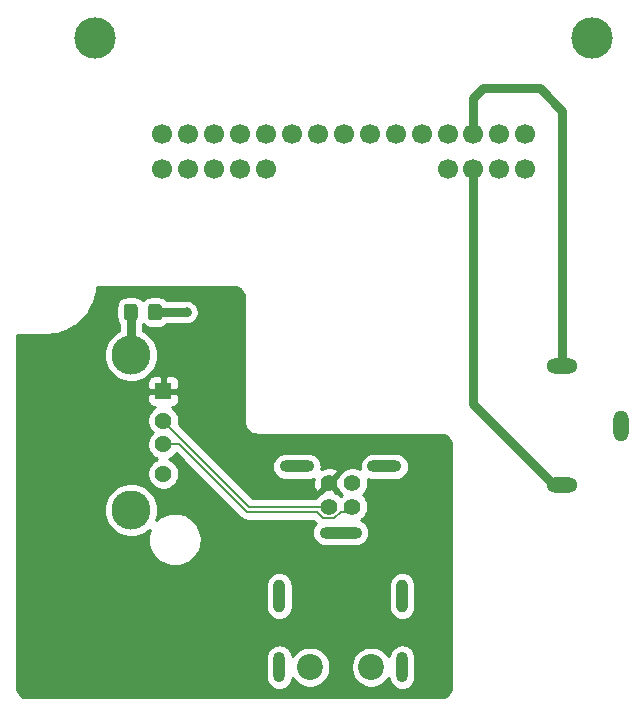
<source format=gbr>
G04 #@! TF.GenerationSoftware,KiCad,Pcbnew,(5.1.0)-1*
G04 #@! TF.CreationDate,2021-05-27T14:19:51-05:00*
G04 #@! TF.ProjectId,2014 Mazda CX-5 Head Unit Adapter,32303134-204d-4617-9a64-612043582d35,rev?*
G04 #@! TF.SameCoordinates,Original*
G04 #@! TF.FileFunction,Copper,L1,Top*
G04 #@! TF.FilePolarity,Positive*
%FSLAX46Y46*%
G04 Gerber Fmt 4.6, Leading zero omitted, Abs format (unit mm)*
G04 Created by KiCad (PCBNEW (5.1.0)-1) date 2021-05-27 14:19:51*
%MOMM*%
%LPD*%
G04 APERTURE LIST*
%ADD10C,1.400000*%
%ADD11O,3.600000X1.000000*%
%ADD12O,2.900000X1.000000*%
%ADD13O,1.000000X2.800000*%
%ADD14O,1.000000X2.600000*%
%ADD15C,2.200000*%
%ADD16C,1.700000*%
%ADD17C,3.500000*%
%ADD18O,2.616000X1.308000*%
%ADD19O,1.308000X2.616000*%
%ADD20C,3.316000*%
%ADD21C,1.428000*%
%ADD22R,1.428000X1.428000*%
%ADD23C,0.100000*%
%ADD24C,1.150000*%
%ADD25C,0.800000*%
%ADD26C,0.200000*%
%ADD27C,0.750000*%
%ADD28C,0.254000*%
G04 APERTURE END LIST*
D10*
X177340000Y-139260000D03*
X177340000Y-137260000D03*
X179340000Y-137260000D03*
X179340000Y-139260000D03*
D11*
X178340000Y-141460000D03*
D12*
X182040000Y-135860000D03*
X174640000Y-135860000D03*
D13*
X173140000Y-146860000D03*
X183540000Y-146860000D03*
D14*
X183540000Y-152860000D03*
X173140000Y-152860000D03*
D15*
X175740000Y-152860000D03*
X180940000Y-152860000D03*
D16*
X163190000Y-110700000D03*
X165390000Y-110700000D03*
D17*
X157540000Y-99550000D03*
X199640000Y-99550000D03*
D16*
X163190000Y-107700000D03*
X165390000Y-107700000D03*
X167590000Y-107700000D03*
X167590000Y-110700000D03*
X169790000Y-107700000D03*
X169790000Y-110700000D03*
X171990000Y-107700000D03*
X171990000Y-110700000D03*
X174190000Y-107700000D03*
X176390000Y-107700000D03*
X178590000Y-107700000D03*
X180790000Y-107700000D03*
X182990000Y-107700000D03*
X185190000Y-107700000D03*
X187390000Y-107700000D03*
X187390000Y-110700000D03*
X189590000Y-107700000D03*
X189590000Y-110700000D03*
X191790000Y-107700000D03*
X191790000Y-110700000D03*
X193990000Y-107700000D03*
X193990000Y-110700000D03*
D18*
X197100000Y-137400000D03*
X197100000Y-127400000D03*
D19*
X202100000Y-132400000D03*
D20*
X160610000Y-139560000D03*
X160610000Y-126420000D03*
D21*
X163320000Y-136490000D03*
X163320000Y-133990000D03*
X163320000Y-131990000D03*
D22*
X163320000Y-129490000D03*
D23*
G36*
X160919505Y-122101204D02*
G01*
X160943773Y-122104804D01*
X160967572Y-122110765D01*
X160990671Y-122119030D01*
X161012850Y-122129520D01*
X161033893Y-122142132D01*
X161053599Y-122156747D01*
X161071777Y-122173223D01*
X161088253Y-122191401D01*
X161102868Y-122211107D01*
X161115480Y-122232150D01*
X161125970Y-122254329D01*
X161134235Y-122277428D01*
X161140196Y-122301227D01*
X161143796Y-122325495D01*
X161145000Y-122349999D01*
X161145000Y-123250001D01*
X161143796Y-123274505D01*
X161140196Y-123298773D01*
X161134235Y-123322572D01*
X161125970Y-123345671D01*
X161115480Y-123367850D01*
X161102868Y-123388893D01*
X161088253Y-123408599D01*
X161071777Y-123426777D01*
X161053599Y-123443253D01*
X161033893Y-123457868D01*
X161012850Y-123470480D01*
X160990671Y-123480970D01*
X160967572Y-123489235D01*
X160943773Y-123495196D01*
X160919505Y-123498796D01*
X160895001Y-123500000D01*
X160244999Y-123500000D01*
X160220495Y-123498796D01*
X160196227Y-123495196D01*
X160172428Y-123489235D01*
X160149329Y-123480970D01*
X160127150Y-123470480D01*
X160106107Y-123457868D01*
X160086401Y-123443253D01*
X160068223Y-123426777D01*
X160051747Y-123408599D01*
X160037132Y-123388893D01*
X160024520Y-123367850D01*
X160014030Y-123345671D01*
X160005765Y-123322572D01*
X159999804Y-123298773D01*
X159996204Y-123274505D01*
X159995000Y-123250001D01*
X159995000Y-122349999D01*
X159996204Y-122325495D01*
X159999804Y-122301227D01*
X160005765Y-122277428D01*
X160014030Y-122254329D01*
X160024520Y-122232150D01*
X160037132Y-122211107D01*
X160051747Y-122191401D01*
X160068223Y-122173223D01*
X160086401Y-122156747D01*
X160106107Y-122142132D01*
X160127150Y-122129520D01*
X160149329Y-122119030D01*
X160172428Y-122110765D01*
X160196227Y-122104804D01*
X160220495Y-122101204D01*
X160244999Y-122100000D01*
X160895001Y-122100000D01*
X160919505Y-122101204D01*
X160919505Y-122101204D01*
G37*
D24*
X160570000Y-122800000D03*
D23*
G36*
X162969505Y-122101204D02*
G01*
X162993773Y-122104804D01*
X163017572Y-122110765D01*
X163040671Y-122119030D01*
X163062850Y-122129520D01*
X163083893Y-122142132D01*
X163103599Y-122156747D01*
X163121777Y-122173223D01*
X163138253Y-122191401D01*
X163152868Y-122211107D01*
X163165480Y-122232150D01*
X163175970Y-122254329D01*
X163184235Y-122277428D01*
X163190196Y-122301227D01*
X163193796Y-122325495D01*
X163195000Y-122349999D01*
X163195000Y-123250001D01*
X163193796Y-123274505D01*
X163190196Y-123298773D01*
X163184235Y-123322572D01*
X163175970Y-123345671D01*
X163165480Y-123367850D01*
X163152868Y-123388893D01*
X163138253Y-123408599D01*
X163121777Y-123426777D01*
X163103599Y-123443253D01*
X163083893Y-123457868D01*
X163062850Y-123470480D01*
X163040671Y-123480970D01*
X163017572Y-123489235D01*
X162993773Y-123495196D01*
X162969505Y-123498796D01*
X162945001Y-123500000D01*
X162294999Y-123500000D01*
X162270495Y-123498796D01*
X162246227Y-123495196D01*
X162222428Y-123489235D01*
X162199329Y-123480970D01*
X162177150Y-123470480D01*
X162156107Y-123457868D01*
X162136401Y-123443253D01*
X162118223Y-123426777D01*
X162101747Y-123408599D01*
X162087132Y-123388893D01*
X162074520Y-123367850D01*
X162064030Y-123345671D01*
X162055765Y-123322572D01*
X162049804Y-123298773D01*
X162046204Y-123274505D01*
X162045000Y-123250001D01*
X162045000Y-122349999D01*
X162046204Y-122325495D01*
X162049804Y-122301227D01*
X162055765Y-122277428D01*
X162064030Y-122254329D01*
X162074520Y-122232150D01*
X162087132Y-122211107D01*
X162101747Y-122191401D01*
X162118223Y-122173223D01*
X162136401Y-122156747D01*
X162156107Y-122142132D01*
X162177150Y-122129520D01*
X162199329Y-122119030D01*
X162222428Y-122110765D01*
X162246227Y-122104804D01*
X162270495Y-122101204D01*
X162294999Y-122100000D01*
X162945001Y-122100000D01*
X162969505Y-122101204D01*
X162969505Y-122101204D01*
G37*
D24*
X162620000Y-122800000D03*
D25*
X165300000Y-122800000D03*
D26*
X176890000Y-139260000D02*
X177340000Y-139260000D01*
X163320000Y-131990000D02*
X170590000Y-139260000D01*
X170590000Y-139260000D02*
X176890000Y-139260000D01*
D27*
X162620000Y-122800000D02*
X165300000Y-122800000D01*
D26*
X178890000Y-139710000D02*
X179340000Y-139260000D01*
X164683603Y-133990000D02*
X170403603Y-139710000D01*
X163320000Y-133990000D02*
X164683603Y-133990000D01*
X178370002Y-139710000D02*
X178890000Y-139710000D01*
X170403603Y-139710000D02*
X176309998Y-139710000D01*
X176309998Y-139710000D02*
X176859999Y-140260001D01*
X176859999Y-140260001D02*
X177820001Y-140260001D01*
X177820001Y-140260001D02*
X178370002Y-139710000D01*
D27*
X197100000Y-105770000D02*
X197100000Y-127400000D01*
X195190000Y-103860000D02*
X197100000Y-105770000D01*
X190390000Y-103860000D02*
X195190000Y-103860000D01*
X189590000Y-107700000D02*
X189590000Y-104660000D01*
X189590000Y-104660000D02*
X190390000Y-103860000D01*
X196446000Y-137400000D02*
X197100000Y-137400000D01*
X189590000Y-130544000D02*
X196446000Y-137400000D01*
X189590000Y-110700000D02*
X189590000Y-130544000D01*
X160610000Y-122840000D02*
X160570000Y-122800000D01*
X160610000Y-126420000D02*
X160610000Y-122840000D01*
D28*
G36*
X169470189Y-120694376D02*
G01*
X169633850Y-120744022D01*
X169784672Y-120824638D01*
X169916870Y-120933130D01*
X170025362Y-121065328D01*
X170105978Y-121216150D01*
X170155624Y-121379811D01*
X170173000Y-121556234D01*
X170173000Y-132050000D01*
X170173612Y-132062448D01*
X170192827Y-132257538D01*
X170197683Y-132281956D01*
X170254588Y-132469549D01*
X170264116Y-132492550D01*
X170356526Y-132665437D01*
X170370358Y-132686138D01*
X170494721Y-132837675D01*
X170512325Y-132855279D01*
X170663862Y-132979642D01*
X170684563Y-132993474D01*
X170857450Y-133085884D01*
X170880451Y-133095412D01*
X171068044Y-133152317D01*
X171092462Y-133157173D01*
X171287552Y-133176388D01*
X171300000Y-133177000D01*
X186793766Y-133177000D01*
X186970189Y-133194376D01*
X187133850Y-133244022D01*
X187284672Y-133324638D01*
X187416870Y-133433130D01*
X187525362Y-133565328D01*
X187605978Y-133716150D01*
X187655624Y-133879811D01*
X187673000Y-134056234D01*
X187673000Y-154543766D01*
X187655624Y-154720189D01*
X187605978Y-154883850D01*
X187525362Y-155034672D01*
X187416870Y-155166870D01*
X187284672Y-155275362D01*
X187133850Y-155355978D01*
X186970189Y-155405624D01*
X186793766Y-155423000D01*
X151806234Y-155423000D01*
X151629811Y-155405624D01*
X151466150Y-155355978D01*
X151315328Y-155275362D01*
X151183130Y-155166870D01*
X151074638Y-155034672D01*
X150994022Y-154883850D01*
X150944376Y-154720189D01*
X150927000Y-154543766D01*
X150927000Y-152004249D01*
X172005000Y-152004249D01*
X172005000Y-153715752D01*
X172021423Y-153882499D01*
X172086325Y-154096447D01*
X172191717Y-154293623D01*
X172333552Y-154466449D01*
X172506378Y-154608284D01*
X172703554Y-154713676D01*
X172917502Y-154778577D01*
X173140000Y-154800491D01*
X173362499Y-154778577D01*
X173576447Y-154713676D01*
X173773623Y-154608284D01*
X173946449Y-154466449D01*
X174088284Y-154293623D01*
X174193676Y-154096447D01*
X174258577Y-153882499D01*
X174268593Y-153780802D01*
X174392337Y-153965998D01*
X174634002Y-154207663D01*
X174918169Y-154397537D01*
X175233919Y-154528325D01*
X175569117Y-154595000D01*
X175910883Y-154595000D01*
X176246081Y-154528325D01*
X176561831Y-154397537D01*
X176845998Y-154207663D01*
X177087663Y-153965998D01*
X177277537Y-153681831D01*
X177408325Y-153366081D01*
X177475000Y-153030883D01*
X177475000Y-152689117D01*
X179205000Y-152689117D01*
X179205000Y-153030883D01*
X179271675Y-153366081D01*
X179402463Y-153681831D01*
X179592337Y-153965998D01*
X179834002Y-154207663D01*
X180118169Y-154397537D01*
X180433919Y-154528325D01*
X180769117Y-154595000D01*
X181110883Y-154595000D01*
X181446081Y-154528325D01*
X181761831Y-154397537D01*
X182045998Y-154207663D01*
X182287663Y-153965998D01*
X182411407Y-153780802D01*
X182421423Y-153882499D01*
X182486325Y-154096447D01*
X182591717Y-154293623D01*
X182733552Y-154466449D01*
X182906378Y-154608284D01*
X183103554Y-154713676D01*
X183317502Y-154778577D01*
X183540000Y-154800491D01*
X183762499Y-154778577D01*
X183976447Y-154713676D01*
X184173623Y-154608284D01*
X184346449Y-154466449D01*
X184488284Y-154293623D01*
X184593676Y-154096447D01*
X184658577Y-153882499D01*
X184675000Y-153715752D01*
X184675000Y-152004248D01*
X184658577Y-151837501D01*
X184593676Y-151623553D01*
X184488284Y-151426377D01*
X184346449Y-151253551D01*
X184173623Y-151111716D01*
X183976446Y-151006324D01*
X183762498Y-150941423D01*
X183540000Y-150919509D01*
X183317501Y-150941423D01*
X183103553Y-151006324D01*
X182906377Y-151111716D01*
X182733551Y-151253551D01*
X182591716Y-151426377D01*
X182486324Y-151623554D01*
X182421423Y-151837502D01*
X182411407Y-151939198D01*
X182287663Y-151754002D01*
X182045998Y-151512337D01*
X181761831Y-151322463D01*
X181446081Y-151191675D01*
X181110883Y-151125000D01*
X180769117Y-151125000D01*
X180433919Y-151191675D01*
X180118169Y-151322463D01*
X179834002Y-151512337D01*
X179592337Y-151754002D01*
X179402463Y-152038169D01*
X179271675Y-152353919D01*
X179205000Y-152689117D01*
X177475000Y-152689117D01*
X177408325Y-152353919D01*
X177277537Y-152038169D01*
X177087663Y-151754002D01*
X176845998Y-151512337D01*
X176561831Y-151322463D01*
X176246081Y-151191675D01*
X175910883Y-151125000D01*
X175569117Y-151125000D01*
X175233919Y-151191675D01*
X174918169Y-151322463D01*
X174634002Y-151512337D01*
X174392337Y-151754002D01*
X174268593Y-151939198D01*
X174258577Y-151837501D01*
X174193676Y-151623553D01*
X174088284Y-151426377D01*
X173946449Y-151253551D01*
X173773623Y-151111716D01*
X173576446Y-151006324D01*
X173362498Y-150941423D01*
X173140000Y-150919509D01*
X172917501Y-150941423D01*
X172703553Y-151006324D01*
X172506377Y-151111716D01*
X172333551Y-151253551D01*
X172191716Y-151426377D01*
X172086324Y-151623554D01*
X172021423Y-151837502D01*
X172005000Y-152004249D01*
X150927000Y-152004249D01*
X150927000Y-145904249D01*
X172005000Y-145904249D01*
X172005000Y-147815752D01*
X172021424Y-147982499D01*
X172086325Y-148196447D01*
X172191717Y-148393623D01*
X172333552Y-148566449D01*
X172506378Y-148708284D01*
X172703554Y-148813676D01*
X172917502Y-148878577D01*
X173140000Y-148900491D01*
X173362499Y-148878577D01*
X173576447Y-148813676D01*
X173773623Y-148708284D01*
X173946449Y-148566449D01*
X174088284Y-148393623D01*
X174193676Y-148196447D01*
X174258577Y-147982499D01*
X174275000Y-147815752D01*
X174275000Y-145904249D01*
X182405000Y-145904249D01*
X182405000Y-147815752D01*
X182421424Y-147982499D01*
X182486325Y-148196447D01*
X182591717Y-148393623D01*
X182733552Y-148566449D01*
X182906378Y-148708284D01*
X183103554Y-148813676D01*
X183317502Y-148878577D01*
X183540000Y-148900491D01*
X183762499Y-148878577D01*
X183976447Y-148813676D01*
X184173623Y-148708284D01*
X184346449Y-148566449D01*
X184488284Y-148393623D01*
X184593676Y-148196447D01*
X184658577Y-147982499D01*
X184675000Y-147815752D01*
X184675000Y-145904248D01*
X184658577Y-145737501D01*
X184593676Y-145523553D01*
X184488284Y-145326377D01*
X184346449Y-145153551D01*
X184173623Y-145011716D01*
X183976446Y-144906324D01*
X183762498Y-144841423D01*
X183540000Y-144819509D01*
X183317501Y-144841423D01*
X183103553Y-144906324D01*
X182906377Y-145011716D01*
X182733551Y-145153551D01*
X182591716Y-145326377D01*
X182486324Y-145523554D01*
X182421423Y-145737502D01*
X182405000Y-145904249D01*
X174275000Y-145904249D01*
X174275000Y-145904248D01*
X174258577Y-145737501D01*
X174193676Y-145523553D01*
X174088284Y-145326377D01*
X173946449Y-145153551D01*
X173773623Y-145011716D01*
X173576446Y-144906324D01*
X173362498Y-144841423D01*
X173140000Y-144819509D01*
X172917501Y-144841423D01*
X172703553Y-144906324D01*
X172506377Y-145011716D01*
X172333551Y-145153551D01*
X172191716Y-145326377D01*
X172086324Y-145523554D01*
X172021423Y-145737502D01*
X172005000Y-145904249D01*
X150927000Y-145904249D01*
X150927000Y-139334159D01*
X158317000Y-139334159D01*
X158317000Y-139785841D01*
X158405119Y-140228843D01*
X158577970Y-140646143D01*
X158828910Y-141021702D01*
X159148298Y-141341090D01*
X159523857Y-141592030D01*
X159941157Y-141764881D01*
X160384159Y-141853000D01*
X160835841Y-141853000D01*
X161278843Y-141764881D01*
X161696143Y-141592030D01*
X162071702Y-141341090D01*
X162171263Y-141241529D01*
X162057457Y-141638416D01*
X162020222Y-142081834D01*
X162069823Y-142524039D01*
X162204371Y-142948188D01*
X162418741Y-143338125D01*
X162704768Y-143678998D01*
X163051556Y-143957823D01*
X163445897Y-144163979D01*
X163872771Y-144289615D01*
X164315917Y-144329944D01*
X164758458Y-144283432D01*
X165183536Y-144151848D01*
X165574960Y-143940206D01*
X165917821Y-143656566D01*
X166199060Y-143311733D01*
X166407965Y-142918840D01*
X166536578Y-142492854D01*
X166580000Y-142050000D01*
X166579111Y-141986339D01*
X166523341Y-141544869D01*
X166382884Y-141122640D01*
X166163090Y-140735734D01*
X165872333Y-140398888D01*
X165521685Y-140124932D01*
X165124504Y-139924302D01*
X164695918Y-139804638D01*
X164252251Y-139770500D01*
X163810403Y-139823187D01*
X163387204Y-139960693D01*
X162998773Y-140177780D01*
X162747427Y-140391692D01*
X162814881Y-140228843D01*
X162903000Y-139785841D01*
X162903000Y-139334159D01*
X162814881Y-138891157D01*
X162642030Y-138473857D01*
X162391090Y-138098298D01*
X162071702Y-137778910D01*
X161696143Y-137527970D01*
X161278843Y-137355119D01*
X160835841Y-137267000D01*
X160384159Y-137267000D01*
X159941157Y-137355119D01*
X159523857Y-137527970D01*
X159148298Y-137778910D01*
X158828910Y-138098298D01*
X158577970Y-138473857D01*
X158405119Y-138891157D01*
X158317000Y-139334159D01*
X150927000Y-139334159D01*
X150927000Y-130204000D01*
X161967928Y-130204000D01*
X161980188Y-130328482D01*
X162016498Y-130448180D01*
X162075463Y-130558494D01*
X162154815Y-130655185D01*
X162251506Y-130734537D01*
X162361820Y-130793502D01*
X162481518Y-130829812D01*
X162606000Y-130842072D01*
X162609902Y-130842044D01*
X162460063Y-130942163D01*
X162272163Y-131130063D01*
X162124532Y-131351009D01*
X162022842Y-131596511D01*
X161971000Y-131857135D01*
X161971000Y-132122865D01*
X162022842Y-132383489D01*
X162124532Y-132628991D01*
X162272163Y-132849937D01*
X162412226Y-132990000D01*
X162272163Y-133130063D01*
X162124532Y-133351009D01*
X162022842Y-133596511D01*
X161971000Y-133857135D01*
X161971000Y-134122865D01*
X162022842Y-134383489D01*
X162124532Y-134628991D01*
X162272163Y-134849937D01*
X162460063Y-135037837D01*
X162681009Y-135185468D01*
X162812661Y-135240000D01*
X162681009Y-135294532D01*
X162460063Y-135442163D01*
X162272163Y-135630063D01*
X162124532Y-135851009D01*
X162022842Y-136096511D01*
X161971000Y-136357135D01*
X161971000Y-136622865D01*
X162022842Y-136883489D01*
X162124532Y-137128991D01*
X162272163Y-137349937D01*
X162460063Y-137537837D01*
X162681009Y-137685468D01*
X162926511Y-137787158D01*
X163187135Y-137839000D01*
X163452865Y-137839000D01*
X163713489Y-137787158D01*
X163958991Y-137685468D01*
X164179937Y-137537837D01*
X164367837Y-137349937D01*
X164515468Y-137128991D01*
X164617158Y-136883489D01*
X164669000Y-136622865D01*
X164669000Y-136357135D01*
X164617158Y-136096511D01*
X164515468Y-135851009D01*
X164367837Y-135630063D01*
X164179937Y-135442163D01*
X163958991Y-135294532D01*
X163827339Y-135240000D01*
X163958991Y-135185468D01*
X164179937Y-135037837D01*
X164367837Y-134849937D01*
X164422414Y-134768257D01*
X169858349Y-140204193D01*
X169881365Y-140232238D01*
X169909409Y-140255253D01*
X169993283Y-140324087D01*
X170120969Y-140392337D01*
X170259518Y-140434365D01*
X170403603Y-140448556D01*
X170439708Y-140445000D01*
X176005552Y-140445000D01*
X176224784Y-140664233D01*
X176091716Y-140826377D01*
X175986324Y-141023553D01*
X175921423Y-141237501D01*
X175899509Y-141460000D01*
X175921423Y-141682499D01*
X175986324Y-141896447D01*
X176091716Y-142093623D01*
X176233551Y-142266449D01*
X176406377Y-142408284D01*
X176603553Y-142513676D01*
X176817501Y-142578577D01*
X176984248Y-142595000D01*
X179695752Y-142595000D01*
X179862499Y-142578577D01*
X180076447Y-142513676D01*
X180273623Y-142408284D01*
X180446449Y-142266449D01*
X180588284Y-142093623D01*
X180693676Y-141896447D01*
X180758577Y-141682499D01*
X180780491Y-141460000D01*
X180758577Y-141237501D01*
X180693676Y-141023553D01*
X180588284Y-140826377D01*
X180446449Y-140653551D01*
X180273623Y-140511716D01*
X180076447Y-140406324D01*
X180042673Y-140396079D01*
X180191013Y-140296962D01*
X180376962Y-140111013D01*
X180523061Y-139892359D01*
X180623696Y-139649405D01*
X180675000Y-139391486D01*
X180675000Y-139128514D01*
X180623696Y-138870595D01*
X180523061Y-138627641D01*
X180376962Y-138408987D01*
X180227975Y-138260000D01*
X180376962Y-138111013D01*
X180523061Y-137892359D01*
X180623696Y-137649405D01*
X180675000Y-137391486D01*
X180675000Y-137128514D01*
X180629733Y-136900944D01*
X180653553Y-136913676D01*
X180867501Y-136978577D01*
X181034248Y-136995000D01*
X183045752Y-136995000D01*
X183212499Y-136978577D01*
X183426447Y-136913676D01*
X183623623Y-136808284D01*
X183796449Y-136666449D01*
X183938284Y-136493623D01*
X184043676Y-136296447D01*
X184108577Y-136082499D01*
X184130491Y-135860000D01*
X184108577Y-135637501D01*
X184043676Y-135423553D01*
X183938284Y-135226377D01*
X183796449Y-135053551D01*
X183623623Y-134911716D01*
X183426447Y-134806324D01*
X183212499Y-134741423D01*
X183045752Y-134725000D01*
X181034248Y-134725000D01*
X180867501Y-134741423D01*
X180653553Y-134806324D01*
X180456377Y-134911716D01*
X180283551Y-135053551D01*
X180141716Y-135226377D01*
X180036324Y-135423553D01*
X179971423Y-135637501D01*
X179949509Y-135860000D01*
X179970812Y-136076298D01*
X179729405Y-135976304D01*
X179471486Y-135925000D01*
X179208514Y-135925000D01*
X178950595Y-135976304D01*
X178707641Y-136076939D01*
X178488987Y-136223038D01*
X178303038Y-136408987D01*
X178166957Y-136612648D01*
X177519605Y-137260000D01*
X178166957Y-137907352D01*
X178303038Y-138111013D01*
X178452025Y-138260000D01*
X178340000Y-138372025D01*
X178191013Y-138223038D01*
X177987352Y-138086957D01*
X177340000Y-137439605D01*
X176692648Y-138086957D01*
X176488987Y-138223038D01*
X176303038Y-138408987D01*
X176225521Y-138525000D01*
X170894447Y-138525000D01*
X168229447Y-135860000D01*
X172549509Y-135860000D01*
X172571423Y-136082499D01*
X172636324Y-136296447D01*
X172741716Y-136493623D01*
X172883551Y-136666449D01*
X173056377Y-136808284D01*
X173253553Y-136913676D01*
X173467501Y-136978577D01*
X173634248Y-136995000D01*
X175645752Y-136995000D01*
X175812499Y-136978577D01*
X176026447Y-136913676D01*
X176053903Y-136899001D01*
X176011817Y-137071740D01*
X176000610Y-137334473D01*
X176040875Y-137594344D01*
X176131065Y-137841366D01*
X176184963Y-137942203D01*
X176418731Y-138001664D01*
X177160395Y-137260000D01*
X177146253Y-137245858D01*
X177325858Y-137066253D01*
X177340000Y-137080395D01*
X178081664Y-136338731D01*
X178022203Y-136104963D01*
X177783758Y-135994066D01*
X177528260Y-135931817D01*
X177265527Y-135920610D01*
X177005656Y-135960875D01*
X176758634Y-136051065D01*
X176709063Y-136077561D01*
X176730491Y-135860000D01*
X176708577Y-135637501D01*
X176643676Y-135423553D01*
X176538284Y-135226377D01*
X176396449Y-135053551D01*
X176223623Y-134911716D01*
X176026447Y-134806324D01*
X175812499Y-134741423D01*
X175645752Y-134725000D01*
X173634248Y-134725000D01*
X173467501Y-134741423D01*
X173253553Y-134806324D01*
X173056377Y-134911716D01*
X172883551Y-135053551D01*
X172741716Y-135226377D01*
X172636324Y-135423553D01*
X172571423Y-135637501D01*
X172549509Y-135860000D01*
X168229447Y-135860000D01*
X164639685Y-132270239D01*
X164669000Y-132122865D01*
X164669000Y-131857135D01*
X164617158Y-131596511D01*
X164515468Y-131351009D01*
X164367837Y-131130063D01*
X164179937Y-130942163D01*
X164030098Y-130842044D01*
X164034000Y-130842072D01*
X164158482Y-130829812D01*
X164278180Y-130793502D01*
X164388494Y-130734537D01*
X164485185Y-130655185D01*
X164564537Y-130558494D01*
X164623502Y-130448180D01*
X164659812Y-130328482D01*
X164672072Y-130204000D01*
X164669000Y-129775750D01*
X164510250Y-129617000D01*
X163447000Y-129617000D01*
X163447000Y-129637000D01*
X163193000Y-129637000D01*
X163193000Y-129617000D01*
X162129750Y-129617000D01*
X161971000Y-129775750D01*
X161967928Y-130204000D01*
X150927000Y-130204000D01*
X150927000Y-128776000D01*
X161967928Y-128776000D01*
X161971000Y-129204250D01*
X162129750Y-129363000D01*
X163193000Y-129363000D01*
X163193000Y-128299750D01*
X163447000Y-128299750D01*
X163447000Y-129363000D01*
X164510250Y-129363000D01*
X164669000Y-129204250D01*
X164672072Y-128776000D01*
X164659812Y-128651518D01*
X164623502Y-128531820D01*
X164564537Y-128421506D01*
X164485185Y-128324815D01*
X164388494Y-128245463D01*
X164278180Y-128186498D01*
X164158482Y-128150188D01*
X164034000Y-128137928D01*
X163605750Y-128141000D01*
X163447000Y-128299750D01*
X163193000Y-128299750D01*
X163034250Y-128141000D01*
X162606000Y-128137928D01*
X162481518Y-128150188D01*
X162361820Y-128186498D01*
X162251506Y-128245463D01*
X162154815Y-128324815D01*
X162075463Y-128421506D01*
X162016498Y-128531820D01*
X161980188Y-128651518D01*
X161967928Y-128776000D01*
X150927000Y-128776000D01*
X150927000Y-126194159D01*
X158317000Y-126194159D01*
X158317000Y-126645841D01*
X158405119Y-127088843D01*
X158577970Y-127506143D01*
X158828910Y-127881702D01*
X159148298Y-128201090D01*
X159523857Y-128452030D01*
X159941157Y-128624881D01*
X160384159Y-128713000D01*
X160835841Y-128713000D01*
X161278843Y-128624881D01*
X161696143Y-128452030D01*
X162071702Y-128201090D01*
X162391090Y-127881702D01*
X162642030Y-127506143D01*
X162814881Y-127088843D01*
X162903000Y-126645841D01*
X162903000Y-126194159D01*
X162814881Y-125751157D01*
X162642030Y-125333857D01*
X162391090Y-124958298D01*
X162071702Y-124638910D01*
X161696143Y-124387970D01*
X161620000Y-124356431D01*
X161620000Y-123820646D01*
X161667038Y-123877962D01*
X161801613Y-123988405D01*
X161955149Y-124070472D01*
X162121745Y-124121008D01*
X162294999Y-124138072D01*
X162945001Y-124138072D01*
X163118255Y-124121008D01*
X163284851Y-124070472D01*
X163438387Y-123988405D01*
X163572962Y-123877962D01*
X163628737Y-123810000D01*
X165072377Y-123810000D01*
X165198061Y-123835000D01*
X165401939Y-123835000D01*
X165601898Y-123795226D01*
X165790256Y-123717205D01*
X165959774Y-123603937D01*
X166103937Y-123459774D01*
X166217205Y-123290256D01*
X166295226Y-123101898D01*
X166335000Y-122901939D01*
X166335000Y-122698061D01*
X166295226Y-122498102D01*
X166217205Y-122309744D01*
X166103937Y-122140226D01*
X165959774Y-121996063D01*
X165790256Y-121882795D01*
X165601898Y-121804774D01*
X165401939Y-121765000D01*
X165198061Y-121765000D01*
X165072377Y-121790000D01*
X163628737Y-121790000D01*
X163572962Y-121722038D01*
X163438387Y-121611595D01*
X163284851Y-121529528D01*
X163118255Y-121478992D01*
X162945001Y-121461928D01*
X162294999Y-121461928D01*
X162121745Y-121478992D01*
X161955149Y-121529528D01*
X161801613Y-121611595D01*
X161667038Y-121722038D01*
X161595000Y-121809816D01*
X161522962Y-121722038D01*
X161388387Y-121611595D01*
X161234851Y-121529528D01*
X161068255Y-121478992D01*
X160895001Y-121461928D01*
X160244999Y-121461928D01*
X160071745Y-121478992D01*
X159905149Y-121529528D01*
X159751613Y-121611595D01*
X159617038Y-121722038D01*
X159506595Y-121856613D01*
X159424528Y-122010149D01*
X159373992Y-122176745D01*
X159356928Y-122349999D01*
X159356928Y-123250001D01*
X159373992Y-123423255D01*
X159424528Y-123589851D01*
X159506595Y-123743387D01*
X159600001Y-123857202D01*
X159600001Y-124356430D01*
X159523857Y-124387970D01*
X159148298Y-124638910D01*
X158828910Y-124958298D01*
X158577970Y-125333857D01*
X158405119Y-125751157D01*
X158317000Y-126194159D01*
X150927000Y-126194159D01*
X150927000Y-124760000D01*
X153332419Y-124760000D01*
X153334714Y-124759774D01*
X153357658Y-124759614D01*
X153387477Y-124756480D01*
X153417461Y-124756480D01*
X153426626Y-124755517D01*
X154163634Y-124672848D01*
X154222131Y-124660414D01*
X154280825Y-124648792D01*
X154289628Y-124646067D01*
X154996543Y-124421820D01*
X155051515Y-124398259D01*
X155106830Y-124375460D01*
X155114936Y-124371077D01*
X155764833Y-124013793D01*
X155814169Y-123980012D01*
X155864015Y-123946895D01*
X155871115Y-123941020D01*
X156439236Y-123464311D01*
X156481099Y-123421561D01*
X156523535Y-123379421D01*
X156529359Y-123372279D01*
X156994067Y-122794298D01*
X157026804Y-122744271D01*
X157060272Y-122694653D01*
X157064598Y-122686516D01*
X157408193Y-122029281D01*
X157430599Y-121973823D01*
X157453783Y-121918672D01*
X157456446Y-121909850D01*
X157665839Y-121198394D01*
X157677037Y-121139693D01*
X157689077Y-121081037D01*
X157689976Y-121071866D01*
X157725911Y-120677000D01*
X169293766Y-120677000D01*
X169470189Y-120694376D01*
X169470189Y-120694376D01*
G37*
X169470189Y-120694376D02*
X169633850Y-120744022D01*
X169784672Y-120824638D01*
X169916870Y-120933130D01*
X170025362Y-121065328D01*
X170105978Y-121216150D01*
X170155624Y-121379811D01*
X170173000Y-121556234D01*
X170173000Y-132050000D01*
X170173612Y-132062448D01*
X170192827Y-132257538D01*
X170197683Y-132281956D01*
X170254588Y-132469549D01*
X170264116Y-132492550D01*
X170356526Y-132665437D01*
X170370358Y-132686138D01*
X170494721Y-132837675D01*
X170512325Y-132855279D01*
X170663862Y-132979642D01*
X170684563Y-132993474D01*
X170857450Y-133085884D01*
X170880451Y-133095412D01*
X171068044Y-133152317D01*
X171092462Y-133157173D01*
X171287552Y-133176388D01*
X171300000Y-133177000D01*
X186793766Y-133177000D01*
X186970189Y-133194376D01*
X187133850Y-133244022D01*
X187284672Y-133324638D01*
X187416870Y-133433130D01*
X187525362Y-133565328D01*
X187605978Y-133716150D01*
X187655624Y-133879811D01*
X187673000Y-134056234D01*
X187673000Y-154543766D01*
X187655624Y-154720189D01*
X187605978Y-154883850D01*
X187525362Y-155034672D01*
X187416870Y-155166870D01*
X187284672Y-155275362D01*
X187133850Y-155355978D01*
X186970189Y-155405624D01*
X186793766Y-155423000D01*
X151806234Y-155423000D01*
X151629811Y-155405624D01*
X151466150Y-155355978D01*
X151315328Y-155275362D01*
X151183130Y-155166870D01*
X151074638Y-155034672D01*
X150994022Y-154883850D01*
X150944376Y-154720189D01*
X150927000Y-154543766D01*
X150927000Y-152004249D01*
X172005000Y-152004249D01*
X172005000Y-153715752D01*
X172021423Y-153882499D01*
X172086325Y-154096447D01*
X172191717Y-154293623D01*
X172333552Y-154466449D01*
X172506378Y-154608284D01*
X172703554Y-154713676D01*
X172917502Y-154778577D01*
X173140000Y-154800491D01*
X173362499Y-154778577D01*
X173576447Y-154713676D01*
X173773623Y-154608284D01*
X173946449Y-154466449D01*
X174088284Y-154293623D01*
X174193676Y-154096447D01*
X174258577Y-153882499D01*
X174268593Y-153780802D01*
X174392337Y-153965998D01*
X174634002Y-154207663D01*
X174918169Y-154397537D01*
X175233919Y-154528325D01*
X175569117Y-154595000D01*
X175910883Y-154595000D01*
X176246081Y-154528325D01*
X176561831Y-154397537D01*
X176845998Y-154207663D01*
X177087663Y-153965998D01*
X177277537Y-153681831D01*
X177408325Y-153366081D01*
X177475000Y-153030883D01*
X177475000Y-152689117D01*
X179205000Y-152689117D01*
X179205000Y-153030883D01*
X179271675Y-153366081D01*
X179402463Y-153681831D01*
X179592337Y-153965998D01*
X179834002Y-154207663D01*
X180118169Y-154397537D01*
X180433919Y-154528325D01*
X180769117Y-154595000D01*
X181110883Y-154595000D01*
X181446081Y-154528325D01*
X181761831Y-154397537D01*
X182045998Y-154207663D01*
X182287663Y-153965998D01*
X182411407Y-153780802D01*
X182421423Y-153882499D01*
X182486325Y-154096447D01*
X182591717Y-154293623D01*
X182733552Y-154466449D01*
X182906378Y-154608284D01*
X183103554Y-154713676D01*
X183317502Y-154778577D01*
X183540000Y-154800491D01*
X183762499Y-154778577D01*
X183976447Y-154713676D01*
X184173623Y-154608284D01*
X184346449Y-154466449D01*
X184488284Y-154293623D01*
X184593676Y-154096447D01*
X184658577Y-153882499D01*
X184675000Y-153715752D01*
X184675000Y-152004248D01*
X184658577Y-151837501D01*
X184593676Y-151623553D01*
X184488284Y-151426377D01*
X184346449Y-151253551D01*
X184173623Y-151111716D01*
X183976446Y-151006324D01*
X183762498Y-150941423D01*
X183540000Y-150919509D01*
X183317501Y-150941423D01*
X183103553Y-151006324D01*
X182906377Y-151111716D01*
X182733551Y-151253551D01*
X182591716Y-151426377D01*
X182486324Y-151623554D01*
X182421423Y-151837502D01*
X182411407Y-151939198D01*
X182287663Y-151754002D01*
X182045998Y-151512337D01*
X181761831Y-151322463D01*
X181446081Y-151191675D01*
X181110883Y-151125000D01*
X180769117Y-151125000D01*
X180433919Y-151191675D01*
X180118169Y-151322463D01*
X179834002Y-151512337D01*
X179592337Y-151754002D01*
X179402463Y-152038169D01*
X179271675Y-152353919D01*
X179205000Y-152689117D01*
X177475000Y-152689117D01*
X177408325Y-152353919D01*
X177277537Y-152038169D01*
X177087663Y-151754002D01*
X176845998Y-151512337D01*
X176561831Y-151322463D01*
X176246081Y-151191675D01*
X175910883Y-151125000D01*
X175569117Y-151125000D01*
X175233919Y-151191675D01*
X174918169Y-151322463D01*
X174634002Y-151512337D01*
X174392337Y-151754002D01*
X174268593Y-151939198D01*
X174258577Y-151837501D01*
X174193676Y-151623553D01*
X174088284Y-151426377D01*
X173946449Y-151253551D01*
X173773623Y-151111716D01*
X173576446Y-151006324D01*
X173362498Y-150941423D01*
X173140000Y-150919509D01*
X172917501Y-150941423D01*
X172703553Y-151006324D01*
X172506377Y-151111716D01*
X172333551Y-151253551D01*
X172191716Y-151426377D01*
X172086324Y-151623554D01*
X172021423Y-151837502D01*
X172005000Y-152004249D01*
X150927000Y-152004249D01*
X150927000Y-145904249D01*
X172005000Y-145904249D01*
X172005000Y-147815752D01*
X172021424Y-147982499D01*
X172086325Y-148196447D01*
X172191717Y-148393623D01*
X172333552Y-148566449D01*
X172506378Y-148708284D01*
X172703554Y-148813676D01*
X172917502Y-148878577D01*
X173140000Y-148900491D01*
X173362499Y-148878577D01*
X173576447Y-148813676D01*
X173773623Y-148708284D01*
X173946449Y-148566449D01*
X174088284Y-148393623D01*
X174193676Y-148196447D01*
X174258577Y-147982499D01*
X174275000Y-147815752D01*
X174275000Y-145904249D01*
X182405000Y-145904249D01*
X182405000Y-147815752D01*
X182421424Y-147982499D01*
X182486325Y-148196447D01*
X182591717Y-148393623D01*
X182733552Y-148566449D01*
X182906378Y-148708284D01*
X183103554Y-148813676D01*
X183317502Y-148878577D01*
X183540000Y-148900491D01*
X183762499Y-148878577D01*
X183976447Y-148813676D01*
X184173623Y-148708284D01*
X184346449Y-148566449D01*
X184488284Y-148393623D01*
X184593676Y-148196447D01*
X184658577Y-147982499D01*
X184675000Y-147815752D01*
X184675000Y-145904248D01*
X184658577Y-145737501D01*
X184593676Y-145523553D01*
X184488284Y-145326377D01*
X184346449Y-145153551D01*
X184173623Y-145011716D01*
X183976446Y-144906324D01*
X183762498Y-144841423D01*
X183540000Y-144819509D01*
X183317501Y-144841423D01*
X183103553Y-144906324D01*
X182906377Y-145011716D01*
X182733551Y-145153551D01*
X182591716Y-145326377D01*
X182486324Y-145523554D01*
X182421423Y-145737502D01*
X182405000Y-145904249D01*
X174275000Y-145904249D01*
X174275000Y-145904248D01*
X174258577Y-145737501D01*
X174193676Y-145523553D01*
X174088284Y-145326377D01*
X173946449Y-145153551D01*
X173773623Y-145011716D01*
X173576446Y-144906324D01*
X173362498Y-144841423D01*
X173140000Y-144819509D01*
X172917501Y-144841423D01*
X172703553Y-144906324D01*
X172506377Y-145011716D01*
X172333551Y-145153551D01*
X172191716Y-145326377D01*
X172086324Y-145523554D01*
X172021423Y-145737502D01*
X172005000Y-145904249D01*
X150927000Y-145904249D01*
X150927000Y-139334159D01*
X158317000Y-139334159D01*
X158317000Y-139785841D01*
X158405119Y-140228843D01*
X158577970Y-140646143D01*
X158828910Y-141021702D01*
X159148298Y-141341090D01*
X159523857Y-141592030D01*
X159941157Y-141764881D01*
X160384159Y-141853000D01*
X160835841Y-141853000D01*
X161278843Y-141764881D01*
X161696143Y-141592030D01*
X162071702Y-141341090D01*
X162171263Y-141241529D01*
X162057457Y-141638416D01*
X162020222Y-142081834D01*
X162069823Y-142524039D01*
X162204371Y-142948188D01*
X162418741Y-143338125D01*
X162704768Y-143678998D01*
X163051556Y-143957823D01*
X163445897Y-144163979D01*
X163872771Y-144289615D01*
X164315917Y-144329944D01*
X164758458Y-144283432D01*
X165183536Y-144151848D01*
X165574960Y-143940206D01*
X165917821Y-143656566D01*
X166199060Y-143311733D01*
X166407965Y-142918840D01*
X166536578Y-142492854D01*
X166580000Y-142050000D01*
X166579111Y-141986339D01*
X166523341Y-141544869D01*
X166382884Y-141122640D01*
X166163090Y-140735734D01*
X165872333Y-140398888D01*
X165521685Y-140124932D01*
X165124504Y-139924302D01*
X164695918Y-139804638D01*
X164252251Y-139770500D01*
X163810403Y-139823187D01*
X163387204Y-139960693D01*
X162998773Y-140177780D01*
X162747427Y-140391692D01*
X162814881Y-140228843D01*
X162903000Y-139785841D01*
X162903000Y-139334159D01*
X162814881Y-138891157D01*
X162642030Y-138473857D01*
X162391090Y-138098298D01*
X162071702Y-137778910D01*
X161696143Y-137527970D01*
X161278843Y-137355119D01*
X160835841Y-137267000D01*
X160384159Y-137267000D01*
X159941157Y-137355119D01*
X159523857Y-137527970D01*
X159148298Y-137778910D01*
X158828910Y-138098298D01*
X158577970Y-138473857D01*
X158405119Y-138891157D01*
X158317000Y-139334159D01*
X150927000Y-139334159D01*
X150927000Y-130204000D01*
X161967928Y-130204000D01*
X161980188Y-130328482D01*
X162016498Y-130448180D01*
X162075463Y-130558494D01*
X162154815Y-130655185D01*
X162251506Y-130734537D01*
X162361820Y-130793502D01*
X162481518Y-130829812D01*
X162606000Y-130842072D01*
X162609902Y-130842044D01*
X162460063Y-130942163D01*
X162272163Y-131130063D01*
X162124532Y-131351009D01*
X162022842Y-131596511D01*
X161971000Y-131857135D01*
X161971000Y-132122865D01*
X162022842Y-132383489D01*
X162124532Y-132628991D01*
X162272163Y-132849937D01*
X162412226Y-132990000D01*
X162272163Y-133130063D01*
X162124532Y-133351009D01*
X162022842Y-133596511D01*
X161971000Y-133857135D01*
X161971000Y-134122865D01*
X162022842Y-134383489D01*
X162124532Y-134628991D01*
X162272163Y-134849937D01*
X162460063Y-135037837D01*
X162681009Y-135185468D01*
X162812661Y-135240000D01*
X162681009Y-135294532D01*
X162460063Y-135442163D01*
X162272163Y-135630063D01*
X162124532Y-135851009D01*
X162022842Y-136096511D01*
X161971000Y-136357135D01*
X161971000Y-136622865D01*
X162022842Y-136883489D01*
X162124532Y-137128991D01*
X162272163Y-137349937D01*
X162460063Y-137537837D01*
X162681009Y-137685468D01*
X162926511Y-137787158D01*
X163187135Y-137839000D01*
X163452865Y-137839000D01*
X163713489Y-137787158D01*
X163958991Y-137685468D01*
X164179937Y-137537837D01*
X164367837Y-137349937D01*
X164515468Y-137128991D01*
X164617158Y-136883489D01*
X164669000Y-136622865D01*
X164669000Y-136357135D01*
X164617158Y-136096511D01*
X164515468Y-135851009D01*
X164367837Y-135630063D01*
X164179937Y-135442163D01*
X163958991Y-135294532D01*
X163827339Y-135240000D01*
X163958991Y-135185468D01*
X164179937Y-135037837D01*
X164367837Y-134849937D01*
X164422414Y-134768257D01*
X169858349Y-140204193D01*
X169881365Y-140232238D01*
X169909409Y-140255253D01*
X169993283Y-140324087D01*
X170120969Y-140392337D01*
X170259518Y-140434365D01*
X170403603Y-140448556D01*
X170439708Y-140445000D01*
X176005552Y-140445000D01*
X176224784Y-140664233D01*
X176091716Y-140826377D01*
X175986324Y-141023553D01*
X175921423Y-141237501D01*
X175899509Y-141460000D01*
X175921423Y-141682499D01*
X175986324Y-141896447D01*
X176091716Y-142093623D01*
X176233551Y-142266449D01*
X176406377Y-142408284D01*
X176603553Y-142513676D01*
X176817501Y-142578577D01*
X176984248Y-142595000D01*
X179695752Y-142595000D01*
X179862499Y-142578577D01*
X180076447Y-142513676D01*
X180273623Y-142408284D01*
X180446449Y-142266449D01*
X180588284Y-142093623D01*
X180693676Y-141896447D01*
X180758577Y-141682499D01*
X180780491Y-141460000D01*
X180758577Y-141237501D01*
X180693676Y-141023553D01*
X180588284Y-140826377D01*
X180446449Y-140653551D01*
X180273623Y-140511716D01*
X180076447Y-140406324D01*
X180042673Y-140396079D01*
X180191013Y-140296962D01*
X180376962Y-140111013D01*
X180523061Y-139892359D01*
X180623696Y-139649405D01*
X180675000Y-139391486D01*
X180675000Y-139128514D01*
X180623696Y-138870595D01*
X180523061Y-138627641D01*
X180376962Y-138408987D01*
X180227975Y-138260000D01*
X180376962Y-138111013D01*
X180523061Y-137892359D01*
X180623696Y-137649405D01*
X180675000Y-137391486D01*
X180675000Y-137128514D01*
X180629733Y-136900944D01*
X180653553Y-136913676D01*
X180867501Y-136978577D01*
X181034248Y-136995000D01*
X183045752Y-136995000D01*
X183212499Y-136978577D01*
X183426447Y-136913676D01*
X183623623Y-136808284D01*
X183796449Y-136666449D01*
X183938284Y-136493623D01*
X184043676Y-136296447D01*
X184108577Y-136082499D01*
X184130491Y-135860000D01*
X184108577Y-135637501D01*
X184043676Y-135423553D01*
X183938284Y-135226377D01*
X183796449Y-135053551D01*
X183623623Y-134911716D01*
X183426447Y-134806324D01*
X183212499Y-134741423D01*
X183045752Y-134725000D01*
X181034248Y-134725000D01*
X180867501Y-134741423D01*
X180653553Y-134806324D01*
X180456377Y-134911716D01*
X180283551Y-135053551D01*
X180141716Y-135226377D01*
X180036324Y-135423553D01*
X179971423Y-135637501D01*
X179949509Y-135860000D01*
X179970812Y-136076298D01*
X179729405Y-135976304D01*
X179471486Y-135925000D01*
X179208514Y-135925000D01*
X178950595Y-135976304D01*
X178707641Y-136076939D01*
X178488987Y-136223038D01*
X178303038Y-136408987D01*
X178166957Y-136612648D01*
X177519605Y-137260000D01*
X178166957Y-137907352D01*
X178303038Y-138111013D01*
X178452025Y-138260000D01*
X178340000Y-138372025D01*
X178191013Y-138223038D01*
X177987352Y-138086957D01*
X177340000Y-137439605D01*
X176692648Y-138086957D01*
X176488987Y-138223038D01*
X176303038Y-138408987D01*
X176225521Y-138525000D01*
X170894447Y-138525000D01*
X168229447Y-135860000D01*
X172549509Y-135860000D01*
X172571423Y-136082499D01*
X172636324Y-136296447D01*
X172741716Y-136493623D01*
X172883551Y-136666449D01*
X173056377Y-136808284D01*
X173253553Y-136913676D01*
X173467501Y-136978577D01*
X173634248Y-136995000D01*
X175645752Y-136995000D01*
X175812499Y-136978577D01*
X176026447Y-136913676D01*
X176053903Y-136899001D01*
X176011817Y-137071740D01*
X176000610Y-137334473D01*
X176040875Y-137594344D01*
X176131065Y-137841366D01*
X176184963Y-137942203D01*
X176418731Y-138001664D01*
X177160395Y-137260000D01*
X177146253Y-137245858D01*
X177325858Y-137066253D01*
X177340000Y-137080395D01*
X178081664Y-136338731D01*
X178022203Y-136104963D01*
X177783758Y-135994066D01*
X177528260Y-135931817D01*
X177265527Y-135920610D01*
X177005656Y-135960875D01*
X176758634Y-136051065D01*
X176709063Y-136077561D01*
X176730491Y-135860000D01*
X176708577Y-135637501D01*
X176643676Y-135423553D01*
X176538284Y-135226377D01*
X176396449Y-135053551D01*
X176223623Y-134911716D01*
X176026447Y-134806324D01*
X175812499Y-134741423D01*
X175645752Y-134725000D01*
X173634248Y-134725000D01*
X173467501Y-134741423D01*
X173253553Y-134806324D01*
X173056377Y-134911716D01*
X172883551Y-135053551D01*
X172741716Y-135226377D01*
X172636324Y-135423553D01*
X172571423Y-135637501D01*
X172549509Y-135860000D01*
X168229447Y-135860000D01*
X164639685Y-132270239D01*
X164669000Y-132122865D01*
X164669000Y-131857135D01*
X164617158Y-131596511D01*
X164515468Y-131351009D01*
X164367837Y-131130063D01*
X164179937Y-130942163D01*
X164030098Y-130842044D01*
X164034000Y-130842072D01*
X164158482Y-130829812D01*
X164278180Y-130793502D01*
X164388494Y-130734537D01*
X164485185Y-130655185D01*
X164564537Y-130558494D01*
X164623502Y-130448180D01*
X164659812Y-130328482D01*
X164672072Y-130204000D01*
X164669000Y-129775750D01*
X164510250Y-129617000D01*
X163447000Y-129617000D01*
X163447000Y-129637000D01*
X163193000Y-129637000D01*
X163193000Y-129617000D01*
X162129750Y-129617000D01*
X161971000Y-129775750D01*
X161967928Y-130204000D01*
X150927000Y-130204000D01*
X150927000Y-128776000D01*
X161967928Y-128776000D01*
X161971000Y-129204250D01*
X162129750Y-129363000D01*
X163193000Y-129363000D01*
X163193000Y-128299750D01*
X163447000Y-128299750D01*
X163447000Y-129363000D01*
X164510250Y-129363000D01*
X164669000Y-129204250D01*
X164672072Y-128776000D01*
X164659812Y-128651518D01*
X164623502Y-128531820D01*
X164564537Y-128421506D01*
X164485185Y-128324815D01*
X164388494Y-128245463D01*
X164278180Y-128186498D01*
X164158482Y-128150188D01*
X164034000Y-128137928D01*
X163605750Y-128141000D01*
X163447000Y-128299750D01*
X163193000Y-128299750D01*
X163034250Y-128141000D01*
X162606000Y-128137928D01*
X162481518Y-128150188D01*
X162361820Y-128186498D01*
X162251506Y-128245463D01*
X162154815Y-128324815D01*
X162075463Y-128421506D01*
X162016498Y-128531820D01*
X161980188Y-128651518D01*
X161967928Y-128776000D01*
X150927000Y-128776000D01*
X150927000Y-126194159D01*
X158317000Y-126194159D01*
X158317000Y-126645841D01*
X158405119Y-127088843D01*
X158577970Y-127506143D01*
X158828910Y-127881702D01*
X159148298Y-128201090D01*
X159523857Y-128452030D01*
X159941157Y-128624881D01*
X160384159Y-128713000D01*
X160835841Y-128713000D01*
X161278843Y-128624881D01*
X161696143Y-128452030D01*
X162071702Y-128201090D01*
X162391090Y-127881702D01*
X162642030Y-127506143D01*
X162814881Y-127088843D01*
X162903000Y-126645841D01*
X162903000Y-126194159D01*
X162814881Y-125751157D01*
X162642030Y-125333857D01*
X162391090Y-124958298D01*
X162071702Y-124638910D01*
X161696143Y-124387970D01*
X161620000Y-124356431D01*
X161620000Y-123820646D01*
X161667038Y-123877962D01*
X161801613Y-123988405D01*
X161955149Y-124070472D01*
X162121745Y-124121008D01*
X162294999Y-124138072D01*
X162945001Y-124138072D01*
X163118255Y-124121008D01*
X163284851Y-124070472D01*
X163438387Y-123988405D01*
X163572962Y-123877962D01*
X163628737Y-123810000D01*
X165072377Y-123810000D01*
X165198061Y-123835000D01*
X165401939Y-123835000D01*
X165601898Y-123795226D01*
X165790256Y-123717205D01*
X165959774Y-123603937D01*
X166103937Y-123459774D01*
X166217205Y-123290256D01*
X166295226Y-123101898D01*
X166335000Y-122901939D01*
X166335000Y-122698061D01*
X166295226Y-122498102D01*
X166217205Y-122309744D01*
X166103937Y-122140226D01*
X165959774Y-121996063D01*
X165790256Y-121882795D01*
X165601898Y-121804774D01*
X165401939Y-121765000D01*
X165198061Y-121765000D01*
X165072377Y-121790000D01*
X163628737Y-121790000D01*
X163572962Y-121722038D01*
X163438387Y-121611595D01*
X163284851Y-121529528D01*
X163118255Y-121478992D01*
X162945001Y-121461928D01*
X162294999Y-121461928D01*
X162121745Y-121478992D01*
X161955149Y-121529528D01*
X161801613Y-121611595D01*
X161667038Y-121722038D01*
X161595000Y-121809816D01*
X161522962Y-121722038D01*
X161388387Y-121611595D01*
X161234851Y-121529528D01*
X161068255Y-121478992D01*
X160895001Y-121461928D01*
X160244999Y-121461928D01*
X160071745Y-121478992D01*
X159905149Y-121529528D01*
X159751613Y-121611595D01*
X159617038Y-121722038D01*
X159506595Y-121856613D01*
X159424528Y-122010149D01*
X159373992Y-122176745D01*
X159356928Y-122349999D01*
X159356928Y-123250001D01*
X159373992Y-123423255D01*
X159424528Y-123589851D01*
X159506595Y-123743387D01*
X159600001Y-123857202D01*
X159600001Y-124356430D01*
X159523857Y-124387970D01*
X159148298Y-124638910D01*
X158828910Y-124958298D01*
X158577970Y-125333857D01*
X158405119Y-125751157D01*
X158317000Y-126194159D01*
X150927000Y-126194159D01*
X150927000Y-124760000D01*
X153332419Y-124760000D01*
X153334714Y-124759774D01*
X153357658Y-124759614D01*
X153387477Y-124756480D01*
X153417461Y-124756480D01*
X153426626Y-124755517D01*
X154163634Y-124672848D01*
X154222131Y-124660414D01*
X154280825Y-124648792D01*
X154289628Y-124646067D01*
X154996543Y-124421820D01*
X155051515Y-124398259D01*
X155106830Y-124375460D01*
X155114936Y-124371077D01*
X155764833Y-124013793D01*
X155814169Y-123980012D01*
X155864015Y-123946895D01*
X155871115Y-123941020D01*
X156439236Y-123464311D01*
X156481099Y-123421561D01*
X156523535Y-123379421D01*
X156529359Y-123372279D01*
X156994067Y-122794298D01*
X157026804Y-122744271D01*
X157060272Y-122694653D01*
X157064598Y-122686516D01*
X157408193Y-122029281D01*
X157430599Y-121973823D01*
X157453783Y-121918672D01*
X157456446Y-121909850D01*
X157665839Y-121198394D01*
X157677037Y-121139693D01*
X157689077Y-121081037D01*
X157689976Y-121071866D01*
X157725911Y-120677000D01*
X169293766Y-120677000D01*
X169470189Y-120694376D01*
M02*

</source>
